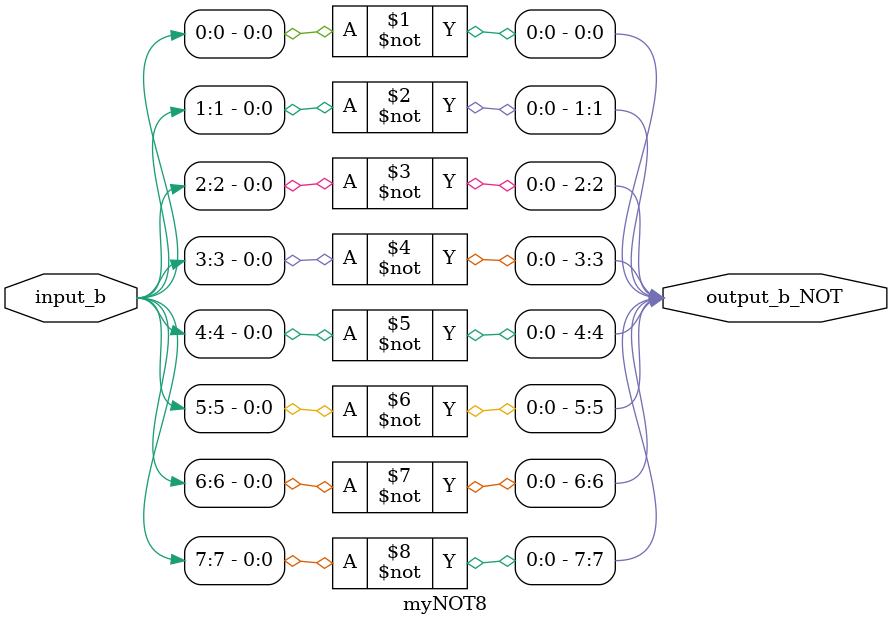
<source format=v>

module myNOT8 (input_b, output_b_NOT);

input 	[7:0]	input_b;

output 	[7:0]	output_b_NOT;

not iNOT1 (output_b_NOT[0], input_b[0]);
not iNOT2 (output_b_NOT[1], input_b[1]);
not iNOT3 (output_b_NOT[2], input_b[2]);
not iNOT4 (output_b_NOT[3], input_b[3]);
not iNOT5 (output_b_NOT[4], input_b[4]);
not iNOT6 (output_b_NOT[5], input_b[5]);
not iNOT7 (output_b_NOT[6], input_b[6]);
not iNOT8 (output_b_NOT[7], input_b[7]);

endmodule

</source>
